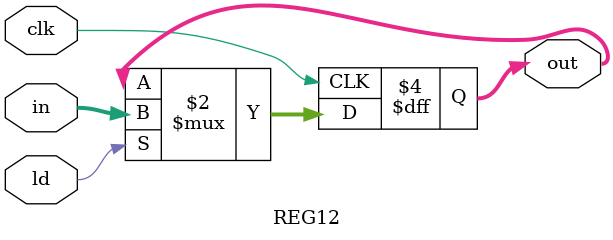
<source format=v>
`timescale 1ns/1ns;

module REG12(input[11:0] in, input ld, clk, output reg[11:0] out);
	always@(posedge clk)
		if (ld)
			out <= in;
endmodule
</source>
